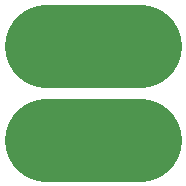
<source format=gbs>
%TF.GenerationSoftware,KiCad,Pcbnew,4.0.5-e0-6337~49~ubuntu16.04.1*%
%TF.CreationDate,2017-03-21T10:33:23-07:00*%
%TF.ProjectId,2x2-CdS-Photocell-TH,3278322D4364532D50686F746F63656C,1.0*%
%TF.FileFunction,Soldermask,Bot*%
%FSLAX46Y46*%
G04 Gerber Fmt 4.6, Leading zero omitted, Abs format (unit mm)*
G04 Created by KiCad (PCBNEW 4.0.5-e0-6337~49~ubuntu16.04.1) date Tue Mar 21 10:33:23 2017*
%MOMM*%
%LPD*%
G01*
G04 APERTURE LIST*
%ADD10C,0.350000*%
%ADD11C,7.000000*%
G04 APERTURE END LIST*
D10*
D11*
X13929360Y-19858720D02*
X5929360Y-19858720D01*
X13929360Y-27858720D02*
X5929360Y-27858720D01*
D10*
G36*
X6252470Y-24784567D02*
X6843415Y-24905871D01*
X7399558Y-25139652D01*
X7899694Y-25476998D01*
X8324781Y-25905063D01*
X8658626Y-26407541D01*
X8888516Y-26965296D01*
X9005624Y-27556734D01*
X9005624Y-27556744D01*
X9005691Y-27557083D01*
X8996070Y-28246136D01*
X8995993Y-28246474D01*
X8995993Y-28246482D01*
X8862417Y-28834421D01*
X8617045Y-29385536D01*
X8269297Y-29878498D01*
X7832422Y-30294529D01*
X7323060Y-30617781D01*
X6760614Y-30835939D01*
X6166507Y-30940696D01*
X5563363Y-30928062D01*
X4974160Y-30798517D01*
X4421342Y-30556997D01*
X3925967Y-30212702D01*
X3506897Y-29778743D01*
X3180098Y-29271650D01*
X2958016Y-28710734D01*
X2849115Y-28117378D01*
X2857537Y-27514161D01*
X2982966Y-26924067D01*
X3220619Y-26369578D01*
X3561451Y-25871808D01*
X3992472Y-25449720D01*
X4497273Y-25119388D01*
X5056619Y-24893397D01*
X5649205Y-24780356D01*
X6252470Y-24784567D01*
X6252470Y-24784567D01*
G37*
G36*
X14252470Y-24784567D02*
X14843415Y-24905871D01*
X15399558Y-25139652D01*
X15899694Y-25476998D01*
X16324781Y-25905063D01*
X16658626Y-26407541D01*
X16888516Y-26965296D01*
X17005624Y-27556734D01*
X17005624Y-27556744D01*
X17005691Y-27557083D01*
X16996070Y-28246136D01*
X16995993Y-28246474D01*
X16995993Y-28246482D01*
X16862417Y-28834421D01*
X16617045Y-29385536D01*
X16269297Y-29878498D01*
X15832422Y-30294529D01*
X15323060Y-30617781D01*
X14760614Y-30835939D01*
X14166507Y-30940696D01*
X13563363Y-30928062D01*
X12974160Y-30798517D01*
X12421342Y-30556997D01*
X11925967Y-30212702D01*
X11506897Y-29778743D01*
X11180098Y-29271650D01*
X10958016Y-28710734D01*
X10849115Y-28117378D01*
X10857537Y-27514161D01*
X10982966Y-26924067D01*
X11220619Y-26369578D01*
X11561451Y-25871808D01*
X11992472Y-25449720D01*
X12497273Y-25119388D01*
X13056619Y-24893397D01*
X13649205Y-24780356D01*
X14252470Y-24784567D01*
X14252470Y-24784567D01*
G37*
G36*
X10009391Y-24846035D02*
X10158496Y-24876643D01*
X10298829Y-24935633D01*
X10425022Y-25020752D01*
X10532284Y-25128764D01*
X10616522Y-25255554D01*
X10674527Y-25396285D01*
X10701950Y-25534780D01*
X10704094Y-25545610D01*
X10701666Y-25719474D01*
X10701588Y-25719817D01*
X10701588Y-25719821D01*
X10667942Y-25867916D01*
X10606030Y-26006972D01*
X10518284Y-26131360D01*
X10408049Y-26236335D01*
X10279524Y-26317900D01*
X10137606Y-26372946D01*
X9987700Y-26399379D01*
X9835509Y-26396190D01*
X9686840Y-26363504D01*
X9547348Y-26302561D01*
X9422356Y-26215689D01*
X9316614Y-26106190D01*
X9234154Y-25978237D01*
X9178116Y-25836702D01*
X9150638Y-25686986D01*
X9152763Y-25534780D01*
X9184413Y-25385883D01*
X9244377Y-25245973D01*
X9330378Y-25120373D01*
X9439135Y-25013870D01*
X9566510Y-24930519D01*
X9707647Y-24873495D01*
X9857168Y-24844973D01*
X10009391Y-24846035D01*
X10009391Y-24846035D01*
G37*
G36*
X10009391Y-21446035D02*
X10158496Y-21476643D01*
X10298829Y-21535633D01*
X10425022Y-21620752D01*
X10532284Y-21728764D01*
X10616522Y-21855554D01*
X10674527Y-21996285D01*
X10701950Y-22134780D01*
X10704094Y-22145610D01*
X10701666Y-22319474D01*
X10701588Y-22319817D01*
X10701588Y-22319821D01*
X10667942Y-22467916D01*
X10606030Y-22606972D01*
X10518284Y-22731360D01*
X10408049Y-22836335D01*
X10279524Y-22917900D01*
X10137606Y-22972946D01*
X9987700Y-22999379D01*
X9835509Y-22996190D01*
X9686840Y-22963504D01*
X9547348Y-22902561D01*
X9422356Y-22815689D01*
X9316614Y-22706190D01*
X9234154Y-22578237D01*
X9178116Y-22436702D01*
X9150638Y-22286986D01*
X9152763Y-22134780D01*
X9184413Y-21985883D01*
X9244377Y-21845973D01*
X9330378Y-21720373D01*
X9439135Y-21613870D01*
X9566510Y-21530519D01*
X9707647Y-21473495D01*
X9857168Y-21444973D01*
X10009391Y-21446035D01*
X10009391Y-21446035D01*
G37*
G36*
X6252470Y-16784567D02*
X6843415Y-16905871D01*
X7399558Y-17139652D01*
X7899694Y-17476998D01*
X8324781Y-17905063D01*
X8658626Y-18407541D01*
X8888516Y-18965296D01*
X9005624Y-19556734D01*
X9005624Y-19556744D01*
X9005691Y-19557083D01*
X8996070Y-20246136D01*
X8995993Y-20246474D01*
X8995993Y-20246482D01*
X8862417Y-20834421D01*
X8617045Y-21385536D01*
X8269297Y-21878498D01*
X7832422Y-22294529D01*
X7323060Y-22617781D01*
X6760614Y-22835939D01*
X6166507Y-22940696D01*
X5563363Y-22928062D01*
X4974160Y-22798517D01*
X4421342Y-22556997D01*
X3925967Y-22212702D01*
X3506897Y-21778743D01*
X3180098Y-21271650D01*
X2958016Y-20710734D01*
X2849115Y-20117378D01*
X2857537Y-19514161D01*
X2982966Y-18924067D01*
X3220619Y-18369578D01*
X3561451Y-17871808D01*
X3992472Y-17449720D01*
X4497273Y-17119388D01*
X5056619Y-16893397D01*
X5649205Y-16780356D01*
X6252470Y-16784567D01*
X6252470Y-16784567D01*
G37*
G36*
X14252470Y-16784567D02*
X14843415Y-16905871D01*
X15399558Y-17139652D01*
X15899694Y-17476998D01*
X16324781Y-17905063D01*
X16658626Y-18407541D01*
X16888516Y-18965296D01*
X17005624Y-19556734D01*
X17005624Y-19556744D01*
X17005691Y-19557083D01*
X16996070Y-20246136D01*
X16995993Y-20246474D01*
X16995993Y-20246482D01*
X16862417Y-20834421D01*
X16617045Y-21385536D01*
X16269297Y-21878498D01*
X15832422Y-22294529D01*
X15323060Y-22617781D01*
X14760614Y-22835939D01*
X14166507Y-22940696D01*
X13563363Y-22928062D01*
X12974160Y-22798517D01*
X12421342Y-22556997D01*
X11925967Y-22212702D01*
X11506897Y-21778743D01*
X11180098Y-21271650D01*
X10958016Y-20710734D01*
X10849115Y-20117378D01*
X10857537Y-19514161D01*
X10982966Y-18924067D01*
X11220619Y-18369578D01*
X11561451Y-17871808D01*
X11992472Y-17449720D01*
X12497273Y-17119388D01*
X13056619Y-16893397D01*
X13649205Y-16780356D01*
X14252470Y-16784567D01*
X14252470Y-16784567D01*
G37*
M02*

</source>
